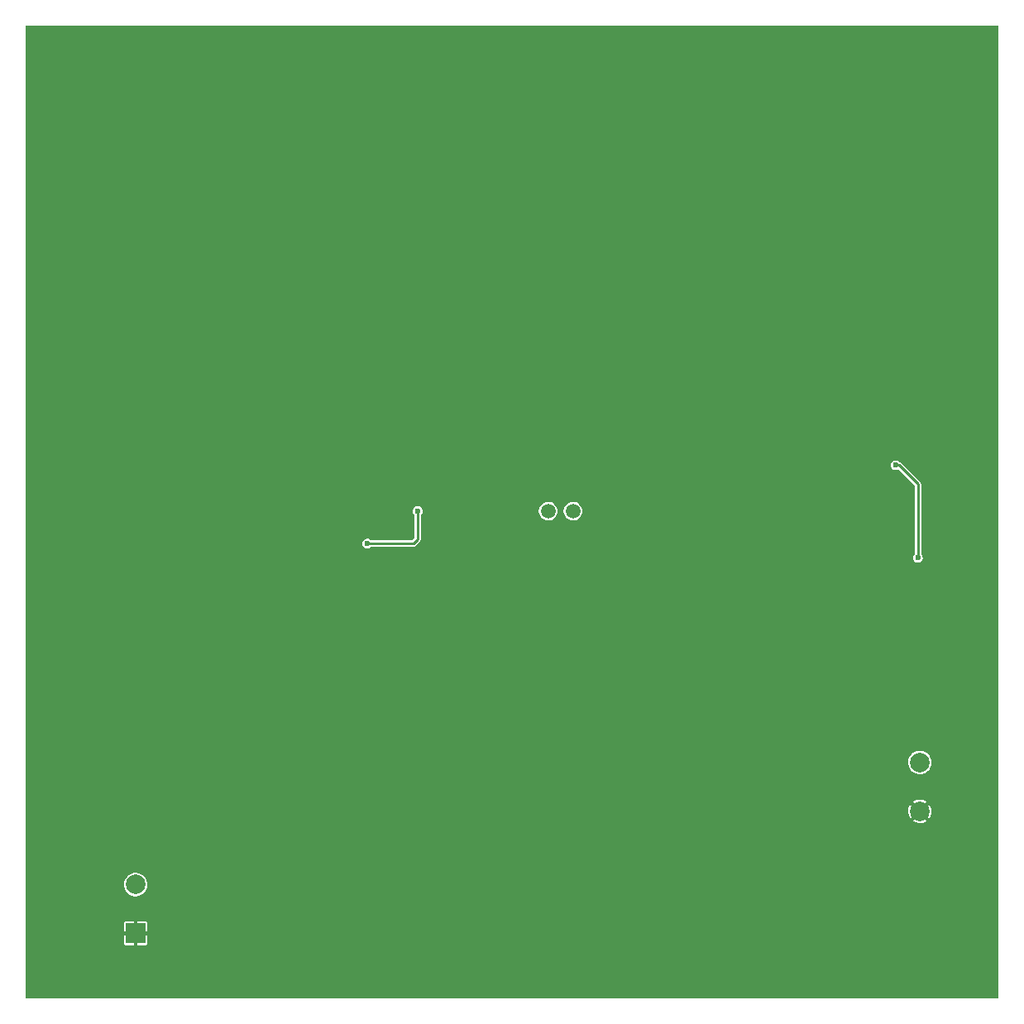
<source format=gbr>
%TF.GenerationSoftware,KiCad,Pcbnew,(5.99.0-10355-gafe0c79a1e)*%
%TF.CreationDate,2021-05-03T14:32:18+02:00*%
%TF.ProjectId,orgel,6f726765-6c2e-46b6-9963-61645f706362,rev?*%
%TF.SameCoordinates,Original*%
%TF.FileFunction,Copper,L2,Bot*%
%TF.FilePolarity,Positive*%
%FSLAX46Y46*%
G04 Gerber Fmt 4.6, Leading zero omitted, Abs format (unit mm)*
G04 Created by KiCad (PCBNEW (5.99.0-10355-gafe0c79a1e)) date 2021-05-03 14:32:18*
%MOMM*%
%LPD*%
G01*
G04 APERTURE LIST*
%TA.AperFunction,ComponentPad*%
%ADD10C,1.500000*%
%TD*%
%TA.AperFunction,ComponentPad*%
%ADD11R,2.000000X2.000000*%
%TD*%
%TA.AperFunction,ComponentPad*%
%ADD12C,2.000000*%
%TD*%
%TA.AperFunction,ViaPad*%
%ADD13C,0.600000*%
%TD*%
%TA.AperFunction,Conductor*%
%ADD14C,0.250000*%
%TD*%
G04 APERTURE END LIST*
D10*
%TO.P,CON1,1*%
%TO.N,/synth/osc_out*%
X127850000Y-85475000D03*
%TO.P,CON1,2*%
%TO.N,/audio amp/SYNTH_IN*%
X130390000Y-85475000D03*
%TD*%
D11*
%TO.P,J2,1,Pin_1*%
%TO.N,GND*%
X85630000Y-128700000D03*
D12*
%TO.P,J2,2,Pin_2*%
%TO.N,VCC*%
X85630000Y-123700000D03*
%TD*%
%TO.P,J1,1,Pin_1*%
%TO.N,Net-(C9-Pad2)*%
X165900000Y-111190000D03*
%TO.P,J1,2,Pin_2*%
%TO.N,GND*%
X165900000Y-116190000D03*
%TD*%
D13*
%TO.N,GND*%
X150050000Y-86550000D03*
X117522705Y-92177295D03*
X133500000Y-90050000D03*
X162600000Y-103000000D03*
X108250000Y-101725000D03*
X111925000Y-76975000D03*
X158500000Y-81950000D03*
%TO.N,Net-(C6-Pad2)*%
X165700000Y-90250000D03*
X163425000Y-80775000D03*
%TO.N,Net-(R1-Pad2)*%
X109350000Y-88800000D03*
X114490000Y-85460000D03*
%TD*%
D14*
%TO.N,Net-(C6-Pad2)*%
X165700000Y-90250000D02*
X165700000Y-82725000D01*
X165700000Y-82725000D02*
X163750000Y-80775000D01*
X163750000Y-80775000D02*
X163425000Y-80775000D01*
%TO.N,Net-(R1-Pad2)*%
X114490000Y-88360000D02*
X114490000Y-85460000D01*
X109350000Y-88800000D02*
X114050000Y-88800000D01*
X114050000Y-88800000D02*
X114490000Y-88360000D01*
%TD*%
%TA.AperFunction,Conductor*%
%TO.N,GND*%
G36*
X173929191Y-35768907D02*
G01*
X173965155Y-35818407D01*
X173970000Y-35849000D01*
X173970000Y-135251000D01*
X173951093Y-135309191D01*
X173901593Y-135345155D01*
X173871000Y-135350000D01*
X74469000Y-135350000D01*
X74410809Y-135331093D01*
X74374845Y-135281593D01*
X74370000Y-135251000D01*
X74370000Y-128908243D01*
X84425000Y-128908243D01*
X84425000Y-129695142D01*
X84425948Y-129704763D01*
X84438703Y-129768888D01*
X84446022Y-129786557D01*
X84479624Y-129836847D01*
X84493153Y-129850376D01*
X84543443Y-129883978D01*
X84561112Y-129891297D01*
X84625237Y-129904052D01*
X84634858Y-129905000D01*
X85414320Y-129905000D01*
X85427005Y-129900878D01*
X85430000Y-129896757D01*
X85430000Y-128915680D01*
X85427583Y-128908243D01*
X85830000Y-128908243D01*
X85830000Y-129889320D01*
X85834122Y-129902005D01*
X85838243Y-129905000D01*
X86625142Y-129905000D01*
X86634763Y-129904052D01*
X86698888Y-129891297D01*
X86716557Y-129883978D01*
X86766847Y-129850376D01*
X86780376Y-129836847D01*
X86813978Y-129786557D01*
X86821297Y-129768888D01*
X86834052Y-129704763D01*
X86835000Y-129695142D01*
X86835000Y-128915680D01*
X86830878Y-128902995D01*
X86826757Y-128900000D01*
X85845680Y-128900000D01*
X85832995Y-128904122D01*
X85830000Y-128908243D01*
X85427583Y-128908243D01*
X85425878Y-128902995D01*
X85421757Y-128900000D01*
X84440680Y-128900000D01*
X84427995Y-128904122D01*
X84425000Y-128908243D01*
X74370000Y-128908243D01*
X74370000Y-127704858D01*
X84425000Y-127704858D01*
X84425000Y-128484320D01*
X84429122Y-128497005D01*
X84433243Y-128500000D01*
X85414320Y-128500000D01*
X85427005Y-128495878D01*
X85430000Y-128491757D01*
X85430000Y-127510680D01*
X85427583Y-127503243D01*
X85830000Y-127503243D01*
X85830000Y-128484320D01*
X85834122Y-128497005D01*
X85838243Y-128500000D01*
X86819320Y-128500000D01*
X86832005Y-128495878D01*
X86835000Y-128491757D01*
X86835000Y-127704858D01*
X86834052Y-127695237D01*
X86821297Y-127631112D01*
X86813978Y-127613443D01*
X86780376Y-127563153D01*
X86766847Y-127549624D01*
X86716557Y-127516022D01*
X86698888Y-127508703D01*
X86634763Y-127495948D01*
X86625142Y-127495000D01*
X85845680Y-127495000D01*
X85832995Y-127499122D01*
X85830000Y-127503243D01*
X85427583Y-127503243D01*
X85425878Y-127497995D01*
X85421757Y-127495000D01*
X84634858Y-127495000D01*
X84625237Y-127495948D01*
X84561112Y-127508703D01*
X84543443Y-127516022D01*
X84493153Y-127549624D01*
X84479624Y-127563153D01*
X84446022Y-127613443D01*
X84438703Y-127631112D01*
X84425948Y-127695237D01*
X84425000Y-127704858D01*
X74370000Y-127704858D01*
X74370000Y-123668444D01*
X84424913Y-123668444D01*
X84439342Y-123888582D01*
X84493646Y-124102404D01*
X84586006Y-124302750D01*
X84713331Y-124482910D01*
X84871354Y-124636849D01*
X85054785Y-124759414D01*
X85257480Y-124846499D01*
X85472651Y-124895187D01*
X85582871Y-124899518D01*
X85688558Y-124903670D01*
X85688559Y-124903670D01*
X85693091Y-124903848D01*
X85802255Y-124888020D01*
X85906924Y-124872844D01*
X85906928Y-124872843D01*
X85911418Y-124872192D01*
X85928960Y-124866237D01*
X86116024Y-124802738D01*
X86116027Y-124802736D01*
X86120321Y-124801279D01*
X86312803Y-124693484D01*
X86482417Y-124552417D01*
X86623484Y-124382803D01*
X86731279Y-124190321D01*
X86802192Y-123981418D01*
X86815016Y-123892977D01*
X86833428Y-123765990D01*
X86833428Y-123765984D01*
X86833848Y-123763091D01*
X86835500Y-123700000D01*
X86833017Y-123672971D01*
X86815729Y-123484833D01*
X86815314Y-123480315D01*
X86755431Y-123267987D01*
X86657858Y-123070128D01*
X86525861Y-122893363D01*
X86363862Y-122743613D01*
X86338685Y-122727727D01*
X86181123Y-122628313D01*
X86177286Y-122625892D01*
X85972380Y-122544143D01*
X85756009Y-122501104D01*
X85647318Y-122499681D01*
X85539958Y-122498275D01*
X85539953Y-122498275D01*
X85535418Y-122498216D01*
X85530945Y-122498985D01*
X85530940Y-122498985D01*
X85423033Y-122517527D01*
X85317994Y-122535576D01*
X85111019Y-122611933D01*
X84921425Y-122724730D01*
X84918010Y-122727725D01*
X84918007Y-122727727D01*
X84899893Y-122743613D01*
X84755561Y-122870189D01*
X84618983Y-123043438D01*
X84616870Y-123047453D01*
X84616870Y-123047454D01*
X84602796Y-123074205D01*
X84516263Y-123238675D01*
X84450843Y-123449362D01*
X84424913Y-123668444D01*
X74370000Y-123668444D01*
X74370000Y-117169200D01*
X165209472Y-117169200D01*
X165209479Y-117169245D01*
X165215002Y-117175460D01*
X165321246Y-117246451D01*
X165329201Y-117250769D01*
X165523456Y-117334228D01*
X165532067Y-117337026D01*
X165738290Y-117383690D01*
X165747249Y-117384869D01*
X165958532Y-117393171D01*
X165967559Y-117392697D01*
X166176808Y-117362358D01*
X166185599Y-117360247D01*
X166385821Y-117292281D01*
X166394079Y-117288604D01*
X166578552Y-117185294D01*
X166585660Y-117180409D01*
X166592710Y-117169236D01*
X166592525Y-117166405D01*
X166590523Y-117163366D01*
X165911086Y-116483929D01*
X165899203Y-116477875D01*
X165894172Y-116478671D01*
X165215526Y-117157317D01*
X165209472Y-117169200D01*
X74370000Y-117169200D01*
X74370000Y-116162984D01*
X164695710Y-116162984D01*
X164709539Y-116373978D01*
X164710952Y-116382899D01*
X164762999Y-116587835D01*
X164766019Y-116596363D01*
X164854538Y-116788376D01*
X164859059Y-116796207D01*
X164912905Y-116872397D01*
X164923592Y-116880377D01*
X164924341Y-116880387D01*
X164930472Y-116876685D01*
X165606071Y-116201086D01*
X165611313Y-116190797D01*
X166187875Y-116190797D01*
X166188671Y-116195828D01*
X166869405Y-116876562D01*
X166881288Y-116882616D01*
X166884089Y-116882173D01*
X166886936Y-116879898D01*
X166890164Y-116876017D01*
X166895294Y-116868552D01*
X166998604Y-116684079D01*
X167002281Y-116675821D01*
X167070247Y-116475599D01*
X167072358Y-116466808D01*
X167102929Y-116255964D01*
X167103426Y-116250140D01*
X167104924Y-116192914D01*
X167104734Y-116187101D01*
X167085237Y-115974924D01*
X167083590Y-115966038D01*
X167026196Y-115762536D01*
X167022955Y-115754093D01*
X166929442Y-115564466D01*
X166924712Y-115556748D01*
X166887660Y-115507129D01*
X166876768Y-115499431D01*
X166875319Y-115499450D01*
X166870226Y-115502617D01*
X166193929Y-116178914D01*
X166187875Y-116190797D01*
X165611313Y-116190797D01*
X165612125Y-116189203D01*
X165611329Y-116184172D01*
X164931991Y-115504834D01*
X164920108Y-115498780D01*
X164917991Y-115499115D01*
X164914261Y-115502176D01*
X164892212Y-115530145D01*
X164887288Y-115537728D01*
X164788835Y-115724855D01*
X164785381Y-115733195D01*
X164722679Y-115935127D01*
X164720798Y-115943977D01*
X164695946Y-116153952D01*
X164695710Y-116162984D01*
X74370000Y-116162984D01*
X74370000Y-115210468D01*
X165207131Y-115210468D01*
X165211827Y-115218984D01*
X165888914Y-115896071D01*
X165900797Y-115902125D01*
X165905828Y-115901329D01*
X166585432Y-115221725D01*
X166591310Y-115210187D01*
X166585217Y-115203509D01*
X166450896Y-115118758D01*
X166442843Y-115114655D01*
X166246451Y-115036303D01*
X166237792Y-115033738D01*
X166030411Y-114992487D01*
X166021418Y-114991542D01*
X165809997Y-114988774D01*
X165800979Y-114989484D01*
X165592595Y-115025291D01*
X165583868Y-115027629D01*
X165385493Y-115100814D01*
X165377331Y-115104707D01*
X165215388Y-115201053D01*
X165207131Y-115210468D01*
X74370000Y-115210468D01*
X74370000Y-111158444D01*
X164694913Y-111158444D01*
X164709342Y-111378582D01*
X164763646Y-111592404D01*
X164856006Y-111792750D01*
X164983331Y-111972910D01*
X165141354Y-112126849D01*
X165324785Y-112249414D01*
X165527480Y-112336499D01*
X165742651Y-112385187D01*
X165852871Y-112389518D01*
X165958558Y-112393670D01*
X165958559Y-112393670D01*
X165963091Y-112393848D01*
X166072254Y-112378020D01*
X166176924Y-112362844D01*
X166176928Y-112362843D01*
X166181418Y-112362192D01*
X166198960Y-112356237D01*
X166386024Y-112292738D01*
X166386027Y-112292736D01*
X166390321Y-112291279D01*
X166582803Y-112183484D01*
X166752417Y-112042417D01*
X166893484Y-111872803D01*
X167001279Y-111680321D01*
X167072192Y-111471418D01*
X167085016Y-111382977D01*
X167103428Y-111255990D01*
X167103428Y-111255984D01*
X167103848Y-111253091D01*
X167105500Y-111190000D01*
X167103017Y-111162971D01*
X167085729Y-110974833D01*
X167085314Y-110970315D01*
X167025431Y-110757987D01*
X166927858Y-110560128D01*
X166795861Y-110383363D01*
X166633862Y-110233613D01*
X166608685Y-110217727D01*
X166451123Y-110118313D01*
X166447286Y-110115892D01*
X166242380Y-110034143D01*
X166026009Y-109991104D01*
X165917318Y-109989681D01*
X165809958Y-109988275D01*
X165809953Y-109988275D01*
X165805418Y-109988216D01*
X165800945Y-109988985D01*
X165800940Y-109988985D01*
X165693033Y-110007527D01*
X165587994Y-110025576D01*
X165381019Y-110101933D01*
X165191425Y-110214730D01*
X165188010Y-110217725D01*
X165188007Y-110217727D01*
X165169893Y-110233613D01*
X165025561Y-110360189D01*
X164888983Y-110533438D01*
X164886870Y-110537453D01*
X164886870Y-110537454D01*
X164872796Y-110564205D01*
X164786263Y-110728675D01*
X164720843Y-110939362D01*
X164694913Y-111158444D01*
X74370000Y-111158444D01*
X74370000Y-88793824D01*
X108844538Y-88793824D01*
X108863121Y-88935939D01*
X108865962Y-88942395D01*
X108865962Y-88942396D01*
X108914708Y-89053178D01*
X108920845Y-89067126D01*
X108925382Y-89072523D01*
X108925383Y-89072525D01*
X108969914Y-89125500D01*
X109013068Y-89176838D01*
X109018939Y-89180746D01*
X109018940Y-89180747D01*
X109031235Y-89188931D01*
X109132377Y-89256257D01*
X109139104Y-89258359D01*
X109139107Y-89258360D01*
X109262448Y-89296894D01*
X109262449Y-89296894D01*
X109269180Y-89298997D01*
X109340830Y-89300310D01*
X109405427Y-89301495D01*
X109405429Y-89301495D01*
X109412481Y-89301624D01*
X109419284Y-89299769D01*
X109419286Y-89299769D01*
X109466065Y-89287015D01*
X109550758Y-89263925D01*
X109672897Y-89188931D01*
X109700837Y-89158063D01*
X109753904Y-89127610D01*
X109774234Y-89125500D01*
X114031715Y-89125500D01*
X114040344Y-89125877D01*
X114078805Y-89129242D01*
X114116342Y-89119184D01*
X114124774Y-89117315D01*
X114154509Y-89112072D01*
X114154510Y-89112072D01*
X114163038Y-89110568D01*
X114170539Y-89106237D01*
X114176017Y-89104243D01*
X114181306Y-89101777D01*
X114189675Y-89099535D01*
X114196772Y-89094566D01*
X114221514Y-89077242D01*
X114228796Y-89072603D01*
X114228931Y-89072525D01*
X114262441Y-89053178D01*
X114287259Y-89023601D01*
X114293093Y-89017234D01*
X114707234Y-88603093D01*
X114713602Y-88597258D01*
X114743178Y-88572441D01*
X114762604Y-88538795D01*
X114767242Y-88531514D01*
X114784566Y-88506772D01*
X114784567Y-88506771D01*
X114789535Y-88499675D01*
X114791777Y-88491306D01*
X114794243Y-88486017D01*
X114796237Y-88480539D01*
X114800568Y-88473038D01*
X114807315Y-88434774D01*
X114809184Y-88426342D01*
X114817001Y-88397168D01*
X114819242Y-88388805D01*
X114815877Y-88350344D01*
X114815500Y-88341715D01*
X114815500Y-85884206D01*
X114834407Y-85826015D01*
X114841103Y-85817769D01*
X114904346Y-85747900D01*
X114904346Y-85747899D01*
X114909078Y-85742672D01*
X114971570Y-85613689D01*
X114974557Y-85595939D01*
X114979217Y-85568240D01*
X126899060Y-85568240D01*
X126917932Y-85661833D01*
X126931098Y-85727126D01*
X126937232Y-85757549D01*
X127012689Y-85935316D01*
X127015534Y-85939440D01*
X127015535Y-85939442D01*
X127119503Y-86090153D01*
X127119507Y-86090157D01*
X127122350Y-86094279D01*
X127125967Y-86097747D01*
X127125969Y-86097750D01*
X127206084Y-86174577D01*
X127261735Y-86227944D01*
X127425151Y-86330853D01*
X127605922Y-86398800D01*
X127610877Y-86399585D01*
X127610878Y-86399585D01*
X127791704Y-86428225D01*
X127791708Y-86428225D01*
X127796663Y-86429010D01*
X127870764Y-86425645D01*
X127984571Y-86420478D01*
X127984576Y-86420477D01*
X127989582Y-86420250D01*
X127994441Y-86419020D01*
X127994444Y-86419020D01*
X128171943Y-86374105D01*
X128176800Y-86372876D01*
X128181310Y-86370696D01*
X128346160Y-86291005D01*
X128346162Y-86291004D01*
X128350669Y-86288825D01*
X128504085Y-86171530D01*
X128630782Y-86025781D01*
X128725585Y-85857534D01*
X128784620Y-85673660D01*
X128792362Y-85602396D01*
X128796073Y-85568240D01*
X129439060Y-85568240D01*
X129457932Y-85661833D01*
X129471098Y-85727126D01*
X129477232Y-85757549D01*
X129552689Y-85935316D01*
X129555534Y-85939440D01*
X129555535Y-85939442D01*
X129659503Y-86090153D01*
X129659507Y-86090157D01*
X129662350Y-86094279D01*
X129665967Y-86097747D01*
X129665969Y-86097750D01*
X129746084Y-86174577D01*
X129801735Y-86227944D01*
X129965151Y-86330853D01*
X130145922Y-86398800D01*
X130150877Y-86399585D01*
X130150878Y-86399585D01*
X130331704Y-86428225D01*
X130331708Y-86428225D01*
X130336663Y-86429010D01*
X130410764Y-86425645D01*
X130524571Y-86420478D01*
X130524576Y-86420477D01*
X130529582Y-86420250D01*
X130534441Y-86419020D01*
X130534444Y-86419020D01*
X130711943Y-86374105D01*
X130716800Y-86372876D01*
X130721310Y-86370696D01*
X130886160Y-86291005D01*
X130886162Y-86291004D01*
X130890669Y-86288825D01*
X131044085Y-86171530D01*
X131170782Y-86025781D01*
X131265585Y-85857534D01*
X131324620Y-85673660D01*
X131332362Y-85602396D01*
X131345197Y-85484251D01*
X131345197Y-85484246D01*
X131345477Y-85481671D01*
X131345500Y-85475000D01*
X131328913Y-85311702D01*
X131326491Y-85287857D01*
X131326490Y-85287853D01*
X131325984Y-85282870D01*
X131268234Y-85098589D01*
X131174608Y-84929683D01*
X131106874Y-84850657D01*
X131052197Y-84786864D01*
X131052195Y-84786862D01*
X131048931Y-84783054D01*
X131021169Y-84761520D01*
X130900298Y-84667761D01*
X130900293Y-84667758D01*
X130896338Y-84664690D01*
X130723061Y-84579427D01*
X130608242Y-84549519D01*
X130541036Y-84532013D01*
X130541032Y-84532012D01*
X130536178Y-84530748D01*
X130531166Y-84530485D01*
X130531164Y-84530485D01*
X130463134Y-84526920D01*
X130343324Y-84520641D01*
X130152377Y-84549519D01*
X129971136Y-84616202D01*
X129966878Y-84618842D01*
X129966876Y-84618843D01*
X129892933Y-84664690D01*
X129807006Y-84717967D01*
X129666691Y-84850657D01*
X129663817Y-84854762D01*
X129663814Y-84854765D01*
X129590704Y-84959177D01*
X129555923Y-85008850D01*
X129553934Y-85013446D01*
X129553933Y-85013448D01*
X129527279Y-85075042D01*
X129479226Y-85186086D01*
X129439734Y-85375123D01*
X129439060Y-85568240D01*
X128796073Y-85568240D01*
X128805197Y-85484251D01*
X128805197Y-85484246D01*
X128805477Y-85481671D01*
X128805500Y-85475000D01*
X128788913Y-85311702D01*
X128786491Y-85287857D01*
X128786490Y-85287853D01*
X128785984Y-85282870D01*
X128728234Y-85098589D01*
X128634608Y-84929683D01*
X128566874Y-84850657D01*
X128512197Y-84786864D01*
X128512195Y-84786862D01*
X128508931Y-84783054D01*
X128481169Y-84761520D01*
X128360298Y-84667761D01*
X128360293Y-84667758D01*
X128356338Y-84664690D01*
X128183061Y-84579427D01*
X128068242Y-84549519D01*
X128001036Y-84532013D01*
X128001032Y-84532012D01*
X127996178Y-84530748D01*
X127991166Y-84530485D01*
X127991164Y-84530485D01*
X127923134Y-84526920D01*
X127803324Y-84520641D01*
X127612377Y-84549519D01*
X127431136Y-84616202D01*
X127426878Y-84618842D01*
X127426876Y-84618843D01*
X127352933Y-84664690D01*
X127267006Y-84717967D01*
X127126691Y-84850657D01*
X127123817Y-84854762D01*
X127123814Y-84854765D01*
X127050704Y-84959177D01*
X127015923Y-85008850D01*
X127013934Y-85013446D01*
X127013933Y-85013448D01*
X126987279Y-85075042D01*
X126939226Y-85186086D01*
X126899734Y-85375123D01*
X126899060Y-85568240D01*
X114979217Y-85568240D01*
X114994715Y-85476120D01*
X114994715Y-85476117D01*
X114995349Y-85472350D01*
X114995500Y-85460000D01*
X114975182Y-85318123D01*
X114959154Y-85282870D01*
X114918780Y-85194073D01*
X114918780Y-85194072D01*
X114915860Y-85187651D01*
X114822303Y-85079074D01*
X114702033Y-85001118D01*
X114695275Y-84999097D01*
X114695273Y-84999096D01*
X114571479Y-84962074D01*
X114564718Y-84960052D01*
X114478694Y-84959527D01*
X114428448Y-84959220D01*
X114421396Y-84959177D01*
X114414620Y-84961114D01*
X114414617Y-84961114D01*
X114290369Y-84996624D01*
X114290367Y-84996625D01*
X114283589Y-84998562D01*
X114162375Y-85075042D01*
X114067499Y-85182469D01*
X114006588Y-85312206D01*
X113984538Y-85453824D01*
X114003121Y-85595939D01*
X114005962Y-85602395D01*
X114005962Y-85602396D01*
X114007870Y-85606731D01*
X114060845Y-85727126D01*
X114065382Y-85732523D01*
X114065383Y-85732525D01*
X114141283Y-85822818D01*
X114164253Y-85879528D01*
X114164500Y-85886520D01*
X114164500Y-88184165D01*
X114145593Y-88242356D01*
X114135504Y-88254169D01*
X113944169Y-88445504D01*
X113889652Y-88473281D01*
X113874165Y-88474500D01*
X109775439Y-88474500D01*
X109717248Y-88455593D01*
X109700446Y-88440129D01*
X109682303Y-88419074D01*
X109562033Y-88341118D01*
X109555275Y-88339097D01*
X109555273Y-88339096D01*
X109431479Y-88302074D01*
X109424718Y-88300052D01*
X109338694Y-88299527D01*
X109288448Y-88299220D01*
X109281396Y-88299177D01*
X109274620Y-88301114D01*
X109274617Y-88301114D01*
X109150369Y-88336624D01*
X109150367Y-88336625D01*
X109143589Y-88338562D01*
X109022375Y-88415042D01*
X108927499Y-88522469D01*
X108866588Y-88652206D01*
X108844538Y-88793824D01*
X74370000Y-88793824D01*
X74370000Y-80768824D01*
X162919538Y-80768824D01*
X162938121Y-80910939D01*
X162995845Y-81042126D01*
X163088068Y-81151838D01*
X163207377Y-81231257D01*
X163214104Y-81233359D01*
X163214107Y-81233360D01*
X163337448Y-81271894D01*
X163337449Y-81271894D01*
X163344180Y-81273997D01*
X163415831Y-81275311D01*
X163480427Y-81276495D01*
X163480429Y-81276495D01*
X163487481Y-81276624D01*
X163494284Y-81274769D01*
X163494286Y-81274769D01*
X163541065Y-81262015D01*
X163625758Y-81238925D01*
X163631766Y-81235236D01*
X163631771Y-81235234D01*
X163638400Y-81231164D01*
X163697883Y-81216831D01*
X163754430Y-81240199D01*
X163760201Y-81245528D01*
X165345504Y-82830831D01*
X165373281Y-82885348D01*
X165374500Y-82900835D01*
X165374500Y-89825177D01*
X165355593Y-89883368D01*
X165349704Y-89890711D01*
X165282169Y-89967181D01*
X165277499Y-89972469D01*
X165216588Y-90102206D01*
X165194538Y-90243824D01*
X165213121Y-90385939D01*
X165215962Y-90392395D01*
X165215962Y-90392396D01*
X165217870Y-90396731D01*
X165270845Y-90517126D01*
X165363068Y-90626838D01*
X165368939Y-90630746D01*
X165368940Y-90630747D01*
X165381235Y-90638931D01*
X165482377Y-90706257D01*
X165489104Y-90708359D01*
X165489107Y-90708360D01*
X165612448Y-90746894D01*
X165612449Y-90746894D01*
X165619180Y-90748997D01*
X165690831Y-90750311D01*
X165755427Y-90751495D01*
X165755429Y-90751495D01*
X165762481Y-90751624D01*
X165769284Y-90749769D01*
X165769286Y-90749769D01*
X165816065Y-90737015D01*
X165900758Y-90713925D01*
X166022897Y-90638931D01*
X166119078Y-90532672D01*
X166181570Y-90403689D01*
X166184557Y-90385939D01*
X166204715Y-90266120D01*
X166204715Y-90266117D01*
X166205349Y-90262350D01*
X166205500Y-90250000D01*
X166185182Y-90108123D01*
X166125860Y-89977651D01*
X166049501Y-89889033D01*
X166025840Y-89832608D01*
X166025500Y-89824409D01*
X166025500Y-82743284D01*
X166025877Y-82734656D01*
X166028487Y-82704821D01*
X166029242Y-82696194D01*
X166019184Y-82658658D01*
X166017316Y-82650230D01*
X166012072Y-82620490D01*
X166012072Y-82620489D01*
X166010568Y-82611962D01*
X166006239Y-82604463D01*
X166004248Y-82598994D01*
X166001776Y-82593694D01*
X165999534Y-82585325D01*
X165977248Y-82553497D01*
X165972608Y-82546214D01*
X165957507Y-82520058D01*
X165953178Y-82512559D01*
X165923601Y-82487741D01*
X165917234Y-82481907D01*
X163993093Y-80557766D01*
X163987258Y-80551398D01*
X163962441Y-80521822D01*
X163928795Y-80502396D01*
X163921514Y-80497758D01*
X163896772Y-80480434D01*
X163896771Y-80480433D01*
X163889675Y-80475465D01*
X163881306Y-80473223D01*
X163876017Y-80470757D01*
X163870539Y-80468763D01*
X163863038Y-80464432D01*
X163844612Y-80461183D01*
X163786804Y-80428312D01*
X163757303Y-80394074D01*
X163637033Y-80316118D01*
X163630275Y-80314097D01*
X163630273Y-80314096D01*
X163506479Y-80277074D01*
X163499718Y-80275052D01*
X163413694Y-80274527D01*
X163363448Y-80274220D01*
X163356396Y-80274177D01*
X163349620Y-80276114D01*
X163349617Y-80276114D01*
X163225369Y-80311624D01*
X163225367Y-80311625D01*
X163218589Y-80313562D01*
X163097375Y-80390042D01*
X163002499Y-80497469D01*
X162941588Y-80627206D01*
X162919538Y-80768824D01*
X74370000Y-80768824D01*
X74370000Y-35849000D01*
X74388907Y-35790809D01*
X74438407Y-35754845D01*
X74469000Y-35750000D01*
X173871000Y-35750000D01*
X173929191Y-35768907D01*
G37*
%TD.AperFunction*%
%TD*%
M02*

</source>
